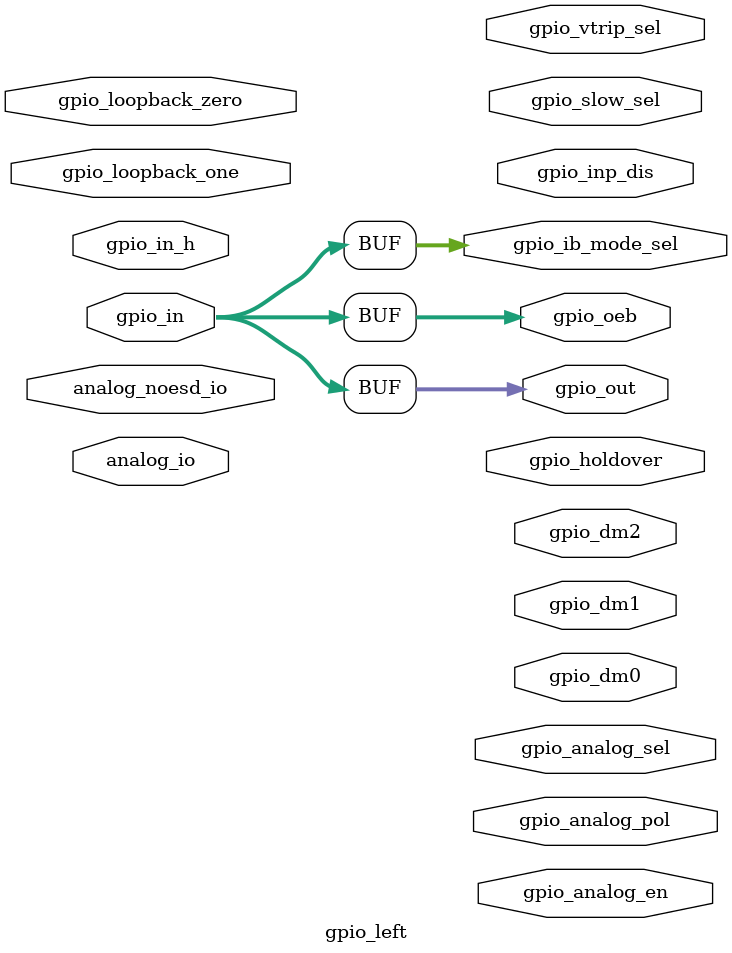
<source format=sv>


module gpio_left #(
	parameter OPENFRAME_IO_PADS =19 
        ) (
`ifdef USE_POWER_PINS
         input logic            vccd1,    // User area 1 1.8V supply
         input logic            vssd1,    // User area 1 digital ground
`endif

    /* Basic bidirectional I/O.  Input gpio_in_h is in the 3.3V domain;  all
     * others are in the 1.8v domain.  OEB is output enable, sense inverted.
     */
    input  [OPENFRAME_IO_PADS-1:0] gpio_in,
    input  [OPENFRAME_IO_PADS-1:0] gpio_in_h,
    output [OPENFRAME_IO_PADS-1:0] gpio_out,
    output [OPENFRAME_IO_PADS-1:0] gpio_oeb,
    output [OPENFRAME_IO_PADS-1:0] gpio_inp_dis,	// a.k.a. ieb

    /* Pad configuration.  These signals are usually static values.
     * See the documentation for the sky130_fd_io__gpiov2 cell signals
     * and their use.
     */
    output [OPENFRAME_IO_PADS-1:0] gpio_ib_mode_sel,
    output [OPENFRAME_IO_PADS-1:0] gpio_vtrip_sel,
    output [OPENFRAME_IO_PADS-1:0] gpio_slow_sel,
    output [OPENFRAME_IO_PADS-1:0] gpio_holdover,
    output [OPENFRAME_IO_PADS-1:0] gpio_analog_en,
    output [OPENFRAME_IO_PADS-1:0] gpio_analog_sel,
    output [OPENFRAME_IO_PADS-1:0] gpio_analog_pol,
    output [OPENFRAME_IO_PADS-1:0] gpio_dm2,
    output [OPENFRAME_IO_PADS-1:0] gpio_dm1,
    output [OPENFRAME_IO_PADS-1:0] gpio_dm0,

    /* These signals correct directly to the pad.  Pads using analog I/O
     * connections should keep the digital input and output buffers turned
     * off.  Both signals connect to the same pad.  The "noesd" signal
     * is a direct connection to the pad;  the other signal connects through
     * a series resistor which gives it minimal ESD protection.  Both signals
     * have basic over- and under-voltage protection at the pad.  These
     * signals may be expected to attenuate heavily above 50MHz.
     */
    inout  [OPENFRAME_IO_PADS-1:0] analog_io,
    inout  [OPENFRAME_IO_PADS-1:0] analog_noesd_io,

    /* These signals are constant one and zero in the 1.8V domain, one for
     * each GPIO pad, and can be looped back to the control signals on the
     * same GPIO pad to set a static configuration at power-up.
     */
    input  [OPENFRAME_IO_PADS-1:0] gpio_loopback_one,
    input  [OPENFRAME_IO_PADS-1:0] gpio_loopback_zero


);


assign gpio_ib_mode_sel =  gpio_in;
assign gpio_out         =  gpio_in;
assign gpio_oeb         =  gpio_in;



endmodule

</source>
